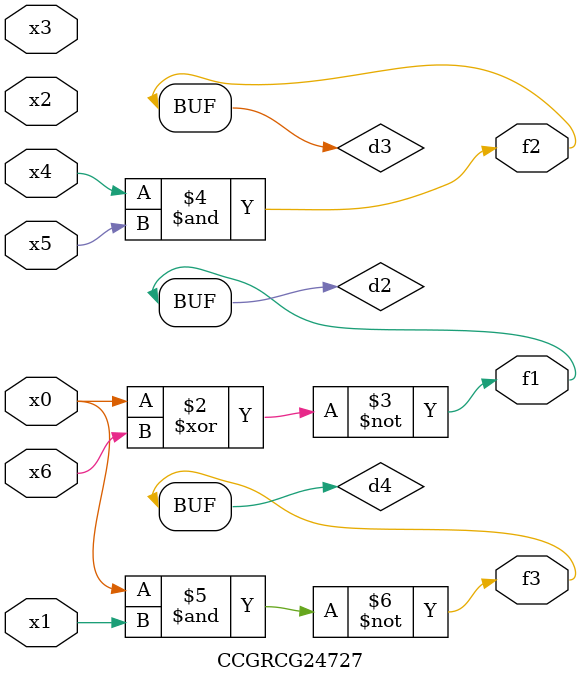
<source format=v>
module CCGRCG24727(
	input x0, x1, x2, x3, x4, x5, x6,
	output f1, f2, f3
);

	wire d1, d2, d3, d4;

	nor (d1, x0);
	xnor (d2, x0, x6);
	and (d3, x4, x5);
	nand (d4, x0, x1);
	assign f1 = d2;
	assign f2 = d3;
	assign f3 = d4;
endmodule

</source>
